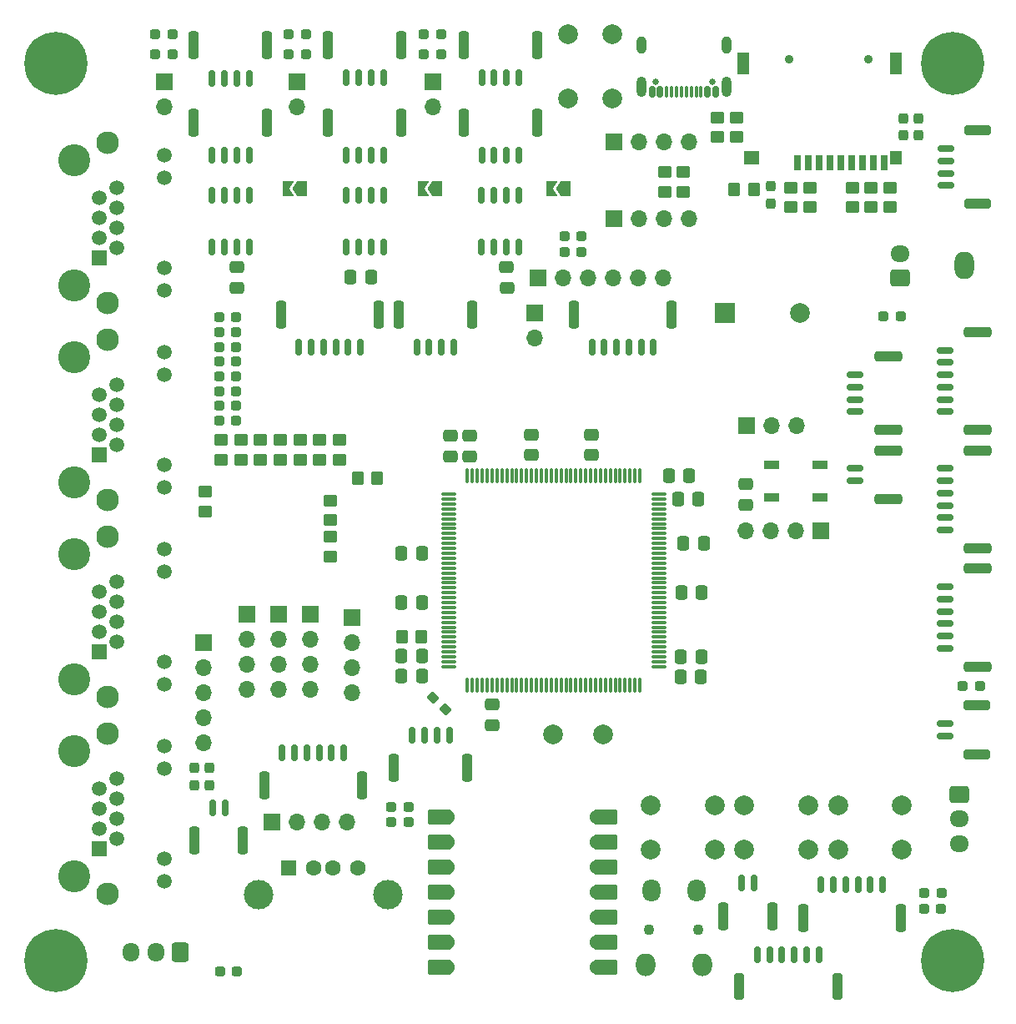
<source format=gbr>
%TF.GenerationSoftware,KiCad,Pcbnew,8.0.3*%
%TF.CreationDate,2024-12-04T19:25:53+09:00*%
%TF.ProjectId,nnct-main,6e6e6374-2d6d-4616-996e-2e6b69636164,rev?*%
%TF.SameCoordinates,Original*%
%TF.FileFunction,Soldermask,Top*%
%TF.FilePolarity,Negative*%
%FSLAX46Y46*%
G04 Gerber Fmt 4.6, Leading zero omitted, Abs format (unit mm)*
G04 Created by KiCad (PCBNEW 8.0.3) date 2024-12-04 19:25:53*
%MOMM*%
%LPD*%
G01*
G04 APERTURE LIST*
G04 Aperture macros list*
%AMRoundRect*
0 Rectangle with rounded corners*
0 $1 Rounding radius*
0 $2 $3 $4 $5 $6 $7 $8 $9 X,Y pos of 4 corners*
0 Add a 4 corners polygon primitive as box body*
4,1,4,$2,$3,$4,$5,$6,$7,$8,$9,$2,$3,0*
0 Add four circle primitives for the rounded corners*
1,1,$1+$1,$2,$3*
1,1,$1+$1,$4,$5*
1,1,$1+$1,$6,$7*
1,1,$1+$1,$8,$9*
0 Add four rect primitives between the rounded corners*
20,1,$1+$1,$2,$3,$4,$5,0*
20,1,$1+$1,$4,$5,$6,$7,0*
20,1,$1+$1,$6,$7,$8,$9,0*
20,1,$1+$1,$8,$9,$2,$3,0*%
%AMFreePoly0*
4,1,6,1.000000,0.000000,0.500000,-0.750000,-0.500000,-0.750000,-0.500000,0.750000,0.500000,0.750000,1.000000,0.000000,1.000000,0.000000,$1*%
%AMFreePoly1*
4,1,6,0.500000,-0.750000,-0.650000,-0.750000,-0.150000,0.000000,-0.650000,0.750000,0.500000,0.750000,0.500000,-0.750000,0.500000,-0.750000,$1*%
G04 Aperture macros list end*
%ADD10RoundRect,0.250000X-0.725000X0.600000X-0.725000X-0.600000X0.725000X-0.600000X0.725000X0.600000X0*%
%ADD11O,1.950000X1.700000*%
%ADD12RoundRect,0.250000X-0.475000X0.337500X-0.475000X-0.337500X0.475000X-0.337500X0.475000X0.337500X0*%
%ADD13RoundRect,0.250000X0.337500X0.475000X-0.337500X0.475000X-0.337500X-0.475000X0.337500X-0.475000X0*%
%ADD14RoundRect,0.150000X0.150000X0.700000X-0.150000X0.700000X-0.150000X-0.700000X0.150000X-0.700000X0*%
%ADD15RoundRect,0.250000X0.250000X1.150000X-0.250000X1.150000X-0.250000X-1.150000X0.250000X-1.150000X0*%
%ADD16RoundRect,0.237500X-0.287500X-0.237500X0.287500X-0.237500X0.287500X0.237500X-0.287500X0.237500X0*%
%ADD17R,1.200000X1.400000*%
%ADD18R,1.200000X2.200000*%
%ADD19R,1.600000X1.400000*%
%ADD20R,0.700000X1.600000*%
%ADD21C,0.900000*%
%ADD22FreePoly0,180.000000*%
%ADD23FreePoly1,180.000000*%
%ADD24RoundRect,0.237500X-0.237500X0.287500X-0.237500X-0.287500X0.237500X-0.287500X0.237500X0.287500X0*%
%ADD25C,0.800000*%
%ADD26C,6.400000*%
%ADD27RoundRect,0.237500X0.287500X0.237500X-0.287500X0.237500X-0.287500X-0.237500X0.287500X-0.237500X0*%
%ADD28R,1.700000X1.700000*%
%ADD29O,1.700000X1.700000*%
%ADD30RoundRect,0.250000X-0.450000X0.350000X-0.450000X-0.350000X0.450000X-0.350000X0.450000X0.350000X0*%
%ADD31RoundRect,0.150000X0.150000X-0.675000X0.150000X0.675000X-0.150000X0.675000X-0.150000X-0.675000X0*%
%ADD32RoundRect,0.150000X-0.150000X-0.700000X0.150000X-0.700000X0.150000X0.700000X-0.150000X0.700000X0*%
%ADD33RoundRect,0.250000X-0.250000X-1.100000X0.250000X-1.100000X0.250000X1.100000X-0.250000X1.100000X0*%
%ADD34RoundRect,0.250000X0.475000X-0.337500X0.475000X0.337500X-0.475000X0.337500X-0.475000X-0.337500X0*%
%ADD35RoundRect,0.250000X-0.337500X-0.475000X0.337500X-0.475000X0.337500X0.475000X-0.337500X0.475000X0*%
%ADD36C,2.000000*%
%ADD37C,1.998980*%
%ADD38RoundRect,0.250000X0.450000X-0.350000X0.450000X0.350000X-0.450000X0.350000X-0.450000X-0.350000X0*%
%ADD39RoundRect,0.237500X0.237500X-0.287500X0.237500X0.287500X-0.237500X0.287500X-0.237500X-0.287500X0*%
%ADD40RoundRect,0.150000X-0.700000X0.150000X-0.700000X-0.150000X0.700000X-0.150000X0.700000X0.150000X0*%
%ADD41RoundRect,0.250000X-1.150000X0.250000X-1.150000X-0.250000X1.150000X-0.250000X1.150000X0.250000X0*%
%ADD42O,2.000000X2.800000*%
%ADD43RoundRect,0.250000X0.725000X-0.600000X0.725000X0.600000X-0.725000X0.600000X-0.725000X-0.600000X0*%
%ADD44RoundRect,0.250000X-0.250000X-1.150000X0.250000X-1.150000X0.250000X1.150000X-0.250000X1.150000X0*%
%ADD45R,2.000000X2.000000*%
%ADD46C,3.250000*%
%ADD47R,1.500000X1.500000*%
%ADD48C,1.500000*%
%ADD49C,2.300000*%
%ADD50R,1.600000X1.500000*%
%ADD51C,1.600000*%
%ADD52C,3.000000*%
%ADD53RoundRect,0.150000X0.700000X-0.150000X0.700000X0.150000X-0.700000X0.150000X-0.700000X-0.150000X0*%
%ADD54RoundRect,0.250000X1.100000X-0.250000X1.100000X0.250000X-1.100000X0.250000X-1.100000X-0.250000X0*%
%ADD55C,1.100000*%
%ADD56O,1.800000X2.300000*%
%ADD57O,2.000000X2.300000*%
%ADD58RoundRect,0.250000X-0.350000X-0.450000X0.350000X-0.450000X0.350000X0.450000X-0.350000X0.450000X0*%
%ADD59RoundRect,0.237500X0.371231X-0.035355X-0.035355X0.371231X-0.371231X0.035355X0.035355X-0.371231X0*%
%ADD60R,1.500000X0.900000*%
%ADD61C,0.650000*%
%ADD62RoundRect,0.150000X0.150000X0.425000X-0.150000X0.425000X-0.150000X-0.425000X0.150000X-0.425000X0*%
%ADD63RoundRect,0.075000X0.075000X0.500000X-0.075000X0.500000X-0.075000X-0.500000X0.075000X-0.500000X0*%
%ADD64O,1.000000X2.100000*%
%ADD65O,1.000000X1.800000*%
%ADD66RoundRect,0.075000X0.075000X-0.662500X0.075000X0.662500X-0.075000X0.662500X-0.075000X-0.662500X0*%
%ADD67RoundRect,0.075000X0.662500X-0.075000X0.662500X0.075000X-0.662500X0.075000X-0.662500X-0.075000X0*%
%ADD68RoundRect,0.250000X0.350000X0.450000X-0.350000X0.450000X-0.350000X-0.450000X0.350000X-0.450000X0*%
%ADD69RoundRect,0.250000X0.600000X0.725000X-0.600000X0.725000X-0.600000X-0.725000X0.600000X-0.725000X0*%
%ADD70O,1.700000X1.950000*%
%ADD71RoundRect,0.152400X-1.063600X-0.609600X1.063600X-0.609600X1.063600X0.609600X-1.063600X0.609600X0*%
%ADD72C,1.524000*%
%ADD73RoundRect,0.152400X1.063600X0.609600X-1.063600X0.609600X-1.063600X-0.609600X1.063600X-0.609600X0*%
G04 APERTURE END LIST*
D10*
%TO.C,J18*%
X127800000Y-108170000D03*
D11*
X127800000Y-110670000D03*
X127800000Y-113170000D03*
%TD*%
D12*
%TO.C,C1*%
X80392500Y-99070000D03*
X80392500Y-101145000D03*
%TD*%
D13*
%TO.C,C17*%
X73280000Y-88720000D03*
X71205000Y-88720000D03*
%TD*%
D14*
%TO.C,J39*%
X65342500Y-103920000D03*
X64092500Y-103920000D03*
X62842500Y-103920000D03*
X61592500Y-103920000D03*
X60342500Y-103920000D03*
X59092500Y-103920000D03*
D15*
X67192500Y-107270000D03*
X57242500Y-107270000D03*
%TD*%
D16*
%TO.C,D1*%
X52692500Y-59770000D03*
X54442500Y-59770000D03*
%TD*%
D17*
%TO.C,J1*%
X121350000Y-43600000D03*
D18*
X121350000Y-34000000D03*
D19*
X106750000Y-43600000D03*
D18*
X105850000Y-34000000D03*
D20*
X120150000Y-44100000D03*
X119050000Y-44100000D03*
X117950000Y-44100000D03*
X116850000Y-44100000D03*
X115750000Y-44100000D03*
X114650000Y-44100000D03*
X113550000Y-44100000D03*
X112450000Y-44100000D03*
X111350000Y-44100000D03*
D21*
X118550000Y-33600000D03*
X110550000Y-33600000D03*
%TD*%
D22*
%TO.C,R35*%
X74842500Y-46720000D03*
D23*
X73392500Y-46720000D03*
%TD*%
D16*
%TO.C,D14*%
X73475000Y-33050000D03*
X75225000Y-33050000D03*
%TD*%
D24*
%TO.C,D29*%
X122142500Y-39595000D03*
X122142500Y-41345000D03*
%TD*%
D25*
%TO.C,H1*%
X124700000Y-125050000D03*
X125402944Y-123352944D03*
X125402944Y-126747056D03*
X127100000Y-122650000D03*
D26*
X127100000Y-125050000D03*
D25*
X127100000Y-127450000D03*
X128797056Y-123352944D03*
X128797056Y-126747056D03*
X129500000Y-125050000D03*
%TD*%
D16*
%TO.C,D3*%
X52692500Y-62770000D03*
X54442500Y-62770000D03*
%TD*%
D27*
%TO.C,D20*%
X129917500Y-97170000D03*
X128167500Y-97170000D03*
%TD*%
D28*
%TO.C,J45*%
X55542500Y-89930000D03*
D29*
X55542500Y-92470000D03*
X55542500Y-95010000D03*
X55542500Y-97550000D03*
%TD*%
D30*
%TO.C,R32*%
X103300000Y-41500000D03*
X103300000Y-39500000D03*
%TD*%
D28*
%TO.C,J20*%
X113722500Y-81470000D03*
D29*
X111182500Y-81470000D03*
X108642500Y-81470000D03*
X106102500Y-81470000D03*
%TD*%
D25*
%TO.C,H3*%
X33700000Y-34050000D03*
X34402944Y-32352944D03*
X34402944Y-35747056D03*
X36100000Y-31650000D03*
D26*
X36100000Y-34050000D03*
D25*
X36100000Y-36450000D03*
X37797056Y-32352944D03*
X37797056Y-35747056D03*
X38500000Y-34050000D03*
%TD*%
D30*
%TO.C,C23*%
X63942500Y-78370000D03*
X63942500Y-80370000D03*
%TD*%
D31*
%TO.C,U6*%
X79320000Y-52675000D03*
X80590000Y-52675000D03*
X81860000Y-52675000D03*
X83130000Y-52675000D03*
X83130000Y-47425000D03*
X81860000Y-47425000D03*
X80590000Y-47425000D03*
X79320000Y-47425000D03*
%TD*%
D32*
%TO.C,J22*%
X107317500Y-124450000D03*
X108567500Y-124450000D03*
X109817500Y-124450000D03*
X111067500Y-124450000D03*
X112317500Y-124450000D03*
X113567500Y-124450000D03*
D33*
X105467500Y-127650000D03*
X115417500Y-127650000D03*
%TD*%
D34*
%TO.C,C7*%
X76142500Y-73870000D03*
X76142500Y-71795000D03*
%TD*%
D31*
%TO.C,U5*%
X65570000Y-52675000D03*
X66840000Y-52675000D03*
X68110000Y-52675000D03*
X69380000Y-52675000D03*
X69380000Y-47425000D03*
X68110000Y-47425000D03*
X66840000Y-47425000D03*
X65570000Y-47425000D03*
%TD*%
D35*
%TO.C,C9*%
X99605000Y-87720000D03*
X101680000Y-87720000D03*
%TD*%
%TO.C,C2*%
X98305000Y-75870000D03*
X100380000Y-75870000D03*
%TD*%
D36*
%TO.C,SW1*%
X102992500Y-113770000D03*
X96492500Y-113770000D03*
X102992500Y-109270000D03*
X96492500Y-109270000D03*
%TD*%
D37*
%TO.C,Y1*%
X91682500Y-102120000D03*
X86602500Y-102120000D03*
%TD*%
D16*
%TO.C,D5*%
X52692500Y-65770000D03*
X54442500Y-65770000D03*
%TD*%
D38*
%TO.C,R4*%
X62887000Y-74225500D03*
X62887000Y-72225500D03*
%TD*%
D39*
%TO.C,D19*%
X51682500Y-107245000D03*
X51682500Y-105495000D03*
%TD*%
D40*
%TO.C,J30*%
X126350000Y-63120000D03*
X126350000Y-64370000D03*
X126350000Y-65620000D03*
X126350000Y-66870000D03*
X126350000Y-68120000D03*
X126350000Y-69370000D03*
D41*
X129700000Y-61270000D03*
X129700000Y-71220000D03*
%TD*%
D38*
%TO.C,R8*%
X54887000Y-74225500D03*
X54887000Y-72225500D03*
%TD*%
D42*
%TO.C,J17*%
X128300000Y-54550000D03*
D43*
X121800000Y-55800000D03*
D11*
X121800000Y-53300000D03*
%TD*%
D38*
%TO.C,R6*%
X58887000Y-74225500D03*
X58887000Y-72225500D03*
%TD*%
D32*
%TO.C,J8*%
X79350000Y-43350000D03*
X80600000Y-43350000D03*
X81850000Y-43350000D03*
X83100000Y-43350000D03*
D44*
X77500000Y-40000000D03*
X84950000Y-40000000D03*
%TD*%
D36*
%TO.C,RESET1*%
X88075000Y-37575000D03*
X88075000Y-31075000D03*
X92575000Y-37575000D03*
X92575000Y-31075000D03*
%TD*%
D16*
%TO.C,D27*%
X70142500Y-110970000D03*
X71892500Y-110970000D03*
%TD*%
D32*
%TO.C,J6*%
X51975000Y-35550000D03*
X53225000Y-35550000D03*
X54475000Y-35550000D03*
X55725000Y-35550000D03*
D44*
X50125000Y-32200000D03*
X57575000Y-32200000D03*
%TD*%
D28*
%TO.C,J25*%
X58022500Y-110970000D03*
D29*
X60562500Y-110970000D03*
X63102500Y-110970000D03*
X65642500Y-110970000D03*
%TD*%
D45*
%TO.C,BZ1*%
X104042500Y-59320000D03*
D36*
X111642500Y-59320000D03*
%TD*%
D32*
%TO.C,J12*%
X65600000Y-43350000D03*
X66850000Y-43350000D03*
X68100000Y-43350000D03*
X69350000Y-43350000D03*
D44*
X63750000Y-40000000D03*
X71200000Y-40000000D03*
%TD*%
D16*
%TO.C,D17*%
X124242500Y-118170000D03*
X125992500Y-118170000D03*
%TD*%
D35*
%TO.C,C15*%
X99242500Y-78220000D03*
X101317500Y-78220000D03*
%TD*%
D16*
%TO.C,D13*%
X59725000Y-31050000D03*
X61475000Y-31050000D03*
%TD*%
D32*
%TO.C,J7*%
X65600000Y-35500000D03*
X66850000Y-35500000D03*
X68100000Y-35500000D03*
X69350000Y-35500000D03*
D44*
X63750000Y-32150000D03*
X71200000Y-32150000D03*
%TD*%
D38*
%TO.C,R24*%
X97900000Y-47050000D03*
X97900000Y-45050000D03*
%TD*%
%TO.C,R25*%
X99800000Y-47050000D03*
X99800000Y-45050000D03*
%TD*%
D46*
%TO.C,J10*%
X37960000Y-96510000D03*
X37960000Y-83810000D03*
D47*
X40500000Y-93720000D03*
D48*
X42280000Y-92704000D03*
X40500000Y-91688000D03*
X42280000Y-90672000D03*
X40500000Y-89656000D03*
X42280000Y-88640000D03*
X40500000Y-87624000D03*
X42280000Y-86608000D03*
X47100000Y-97020000D03*
X47100000Y-94730000D03*
X47100000Y-85590000D03*
X47100000Y-83300000D03*
D49*
X41390000Y-98290000D03*
X41390000Y-82030000D03*
%TD*%
D46*
%TO.C,J16*%
X37960000Y-116490000D03*
X37960000Y-103790000D03*
D47*
X40500000Y-113700000D03*
D48*
X42280000Y-112684000D03*
X40500000Y-111668000D03*
X42280000Y-110652000D03*
X40500000Y-109636000D03*
X42280000Y-108620000D03*
X40500000Y-107604000D03*
X42280000Y-106588000D03*
X47100000Y-117000000D03*
X47100000Y-114710000D03*
X47100000Y-105570000D03*
X47100000Y-103280000D03*
D49*
X41390000Y-118270000D03*
X41390000Y-102010000D03*
%TD*%
D28*
%TO.C,J24*%
X66142500Y-90230000D03*
D29*
X66142500Y-92770000D03*
X66142500Y-95310000D03*
X66142500Y-97850000D03*
%TD*%
D28*
%TO.C,J26*%
X51142500Y-92770000D03*
D29*
X51142500Y-95310000D03*
X51142500Y-97850000D03*
X51142500Y-100390000D03*
X51142500Y-102930000D03*
%TD*%
D16*
%TO.C,D16*%
X124225000Y-119800000D03*
X125975000Y-119800000D03*
%TD*%
D32*
%TO.C,J13*%
X79350000Y-35500000D03*
X80600000Y-35500000D03*
X81850000Y-35500000D03*
X83100000Y-35500000D03*
D44*
X77500000Y-32150000D03*
X84950000Y-32150000D03*
%TD*%
D50*
%TO.C,J40*%
X59742500Y-115670000D03*
D51*
X62242500Y-115670000D03*
X64242500Y-115670000D03*
X66742500Y-115670000D03*
D52*
X56672500Y-118380000D03*
X69812500Y-118380000D03*
%TD*%
D53*
%TO.C,J14*%
X126450000Y-46425000D03*
X126450000Y-45175000D03*
X126450000Y-43925000D03*
X126450000Y-42675000D03*
D54*
X129650000Y-48275000D03*
X129650000Y-40825000D03*
%TD*%
D55*
%TO.C,J48*%
X101350000Y-121925000D03*
X96350000Y-121925000D03*
D56*
X96550000Y-117925000D03*
X101150000Y-117925000D03*
D57*
X101700000Y-125425000D03*
X96000000Y-125425000D03*
%TD*%
D58*
%TO.C,R1*%
X71242500Y-92220000D03*
X73242500Y-92220000D03*
%TD*%
D28*
%TO.C,J31*%
X85092500Y-55770000D03*
D29*
X87632500Y-55770000D03*
X90172500Y-55770000D03*
X92712500Y-55770000D03*
X95252500Y-55770000D03*
X97792500Y-55770000D03*
%TD*%
D16*
%TO.C,D7*%
X52692500Y-68770000D03*
X54442500Y-68770000D03*
%TD*%
D30*
%TO.C,R22*%
X110750000Y-46600613D03*
X110750000Y-48600613D03*
%TD*%
D40*
%TO.C,J28*%
X126350000Y-87120000D03*
X126350000Y-88370000D03*
X126350000Y-89620000D03*
X126350000Y-90870000D03*
X126350000Y-92120000D03*
X126350000Y-93370000D03*
D41*
X129700000Y-85270000D03*
X129700000Y-95220000D03*
%TD*%
D13*
%TO.C,C12*%
X73280000Y-94170000D03*
X71205000Y-94170000D03*
%TD*%
D25*
%TO.C,H2*%
X124700000Y-34050000D03*
X125402944Y-32352944D03*
X125402944Y-35747056D03*
X127100000Y-31650000D03*
D26*
X127100000Y-34050000D03*
D25*
X127100000Y-36450000D03*
X128797056Y-32352944D03*
X128797056Y-35747056D03*
X129500000Y-34050000D03*
%TD*%
D34*
%TO.C,C24*%
X54480000Y-56765000D03*
X54480000Y-54690000D03*
%TD*%
D38*
%TO.C,R9*%
X52887000Y-74225500D03*
X52887000Y-72225500D03*
%TD*%
D59*
%TO.C,D9*%
X75642500Y-99570000D03*
X74405064Y-98332564D03*
%TD*%
D38*
%TO.C,R5*%
X60887000Y-74225500D03*
X60887000Y-72225500D03*
%TD*%
D30*
%TO.C,R23*%
X120750000Y-46600613D03*
X120750000Y-48600613D03*
%TD*%
D16*
%TO.C,D18*%
X120092500Y-59670000D03*
X121842500Y-59670000D03*
%TD*%
D46*
%TO.C,J15*%
X37960000Y-76530000D03*
X37960000Y-63830000D03*
D47*
X40500000Y-73740000D03*
D48*
X42280000Y-72724000D03*
X40500000Y-71708000D03*
X42280000Y-70692000D03*
X40500000Y-69676000D03*
X42280000Y-68660000D03*
X40500000Y-67644000D03*
X42280000Y-66628000D03*
X47100000Y-77040000D03*
X47100000Y-74750000D03*
X47100000Y-65610000D03*
X47100000Y-63320000D03*
D49*
X41390000Y-78310000D03*
X41390000Y-62050000D03*
%TD*%
D24*
%TO.C,D30*%
X123642500Y-39595000D03*
X123642500Y-41345000D03*
%TD*%
D35*
%TO.C,C25*%
X66005000Y-55670000D03*
X68110000Y-55670000D03*
%TD*%
D28*
%TO.C,U2*%
X92760000Y-49750000D03*
D29*
X95300000Y-49750000D03*
X97840000Y-49750000D03*
X100380000Y-49750000D03*
D28*
X92780000Y-42000000D03*
D29*
X95320000Y-42000000D03*
X97860000Y-42000000D03*
X100400000Y-42000000D03*
%TD*%
D32*
%TO.C,J34*%
X72742500Y-62820000D03*
X73992500Y-62820000D03*
X75242500Y-62820000D03*
X76492500Y-62820000D03*
D44*
X70892500Y-59470000D03*
X78342500Y-59470000D03*
%TD*%
D14*
%TO.C,J23*%
X53267500Y-109520000D03*
X52017500Y-109520000D03*
D15*
X55117500Y-112870000D03*
X50167500Y-112870000D03*
%TD*%
D22*
%TO.C,R36*%
X87842500Y-46720000D03*
D23*
X86392500Y-46720000D03*
%TD*%
D24*
%TO.C,D24*%
X108642500Y-46470000D03*
X108642500Y-48220000D03*
%TD*%
D27*
%TO.C,D23*%
X89477500Y-51545000D03*
X87727500Y-51545000D03*
%TD*%
D30*
%TO.C,R21*%
X112650000Y-46600613D03*
X112650000Y-48600613D03*
%TD*%
D60*
%TO.C,D28*%
X108742500Y-74770000D03*
X108742500Y-78070000D03*
X113642500Y-78070000D03*
X113642500Y-74770000D03*
%TD*%
D61*
%TO.C,J2*%
X102740000Y-35855000D03*
X96960000Y-35855000D03*
D62*
X103050000Y-36930000D03*
X102250000Y-36930000D03*
D63*
X101100000Y-36930000D03*
X100100000Y-36930000D03*
X99600000Y-36930000D03*
X98600000Y-36930000D03*
D62*
X97450000Y-36930000D03*
X96650000Y-36930000D03*
X96650000Y-36930000D03*
X97450000Y-36930000D03*
D63*
X98100000Y-36930000D03*
X99100000Y-36930000D03*
X100600000Y-36930000D03*
X101600000Y-36930000D03*
D62*
X102250000Y-36930000D03*
X103050000Y-36930000D03*
D64*
X104170000Y-36355000D03*
D65*
X104170000Y-32175000D03*
D64*
X95530000Y-36355000D03*
D65*
X95530000Y-32175000D03*
%TD*%
D16*
%TO.C,D26*%
X70142500Y-109470000D03*
X71892500Y-109470000D03*
%TD*%
%TO.C,D25*%
X52767500Y-126170000D03*
X54517500Y-126170000D03*
%TD*%
D34*
%TO.C,C26*%
X81900000Y-56765000D03*
X81860000Y-54690000D03*
%TD*%
D40*
%TO.C,J35*%
X117242500Y-65620000D03*
X117242500Y-66870000D03*
X117242500Y-68120000D03*
X117242500Y-69370000D03*
D41*
X120592500Y-63770000D03*
X120592500Y-71220000D03*
%TD*%
D16*
%TO.C,D6*%
X52692500Y-67270000D03*
X54442500Y-67270000D03*
%TD*%
D30*
%TO.C,R31*%
X105200000Y-39500000D03*
X105200000Y-41500000D03*
%TD*%
D34*
%TO.C,C4*%
X84392500Y-73770000D03*
X84392500Y-71695000D03*
%TD*%
D38*
%TO.C,R3*%
X64887000Y-74225500D03*
X64887000Y-72225500D03*
%TD*%
D13*
%TO.C,C18*%
X73280000Y-83720000D03*
X71205000Y-83720000D03*
%TD*%
D35*
%TO.C,C10*%
X99542500Y-94220000D03*
X101617500Y-94220000D03*
%TD*%
D13*
%TO.C,C11*%
X73280000Y-96130000D03*
X71205000Y-96130000D03*
%TD*%
D34*
%TO.C,C16*%
X78142500Y-73870000D03*
X78142500Y-71795000D03*
%TD*%
D53*
%TO.C,J21*%
X126400000Y-102270000D03*
X126400000Y-101020000D03*
D54*
X129600000Y-104120000D03*
X129600000Y-99170000D03*
%TD*%
D36*
%TO.C,SW2*%
X112492500Y-113770000D03*
X105992500Y-113770000D03*
X112492500Y-109270000D03*
X105992500Y-109270000D03*
%TD*%
D66*
%TO.C,U1*%
X77892500Y-97132500D03*
X78392500Y-97132500D03*
X78892500Y-97132500D03*
X79392500Y-97132500D03*
X79892500Y-97132500D03*
X80392500Y-97132500D03*
X80892500Y-97132500D03*
X81392500Y-97132500D03*
X81892500Y-97132500D03*
X82392500Y-97132500D03*
X82892500Y-97132500D03*
X83392500Y-97132500D03*
X83892500Y-97132500D03*
X84392500Y-97132500D03*
X84892500Y-97132500D03*
X85392500Y-97132500D03*
X85892500Y-97132500D03*
X86392500Y-97132500D03*
X86892500Y-97132500D03*
X87392500Y-97132500D03*
X87892500Y-97132500D03*
X88392500Y-97132500D03*
X88892500Y-97132500D03*
X89392500Y-97132500D03*
X89892500Y-97132500D03*
X90392500Y-97132500D03*
X90892500Y-97132500D03*
X91392500Y-97132500D03*
X91892500Y-97132500D03*
X92392500Y-97132500D03*
X92892500Y-97132500D03*
X93392500Y-97132500D03*
X93892500Y-97132500D03*
X94392500Y-97132500D03*
X94892500Y-97132500D03*
X95392500Y-97132500D03*
D67*
X97305000Y-95220000D03*
X97305000Y-94720000D03*
X97305000Y-94220000D03*
X97305000Y-93720000D03*
X97305000Y-93220000D03*
X97305000Y-92720000D03*
X97305000Y-92220000D03*
X97305000Y-91720000D03*
X97305000Y-91220000D03*
X97305000Y-90720000D03*
X97305000Y-90220000D03*
X97305000Y-89720000D03*
X97305000Y-89220000D03*
X97305000Y-88720000D03*
X97305000Y-88220000D03*
X97305000Y-87720000D03*
X97305000Y-87220000D03*
X97305000Y-86720000D03*
X97305000Y-86220000D03*
X97305000Y-85720000D03*
X97305000Y-85220000D03*
X97305000Y-84720000D03*
X97305000Y-84220000D03*
X97305000Y-83720000D03*
X97305000Y-83220000D03*
X97305000Y-82720000D03*
X97305000Y-82220000D03*
X97305000Y-81720000D03*
X97305000Y-81220000D03*
X97305000Y-80720000D03*
X97305000Y-80220000D03*
X97305000Y-79720000D03*
X97305000Y-79220000D03*
X97305000Y-78720000D03*
X97305000Y-78220000D03*
X97305000Y-77720000D03*
D66*
X95392500Y-75807500D03*
X94892500Y-75807500D03*
X94392500Y-75807500D03*
X93892500Y-75807500D03*
X93392500Y-75807500D03*
X92892500Y-75807500D03*
X92392500Y-75807500D03*
X91892500Y-75807500D03*
X91392500Y-75807500D03*
X90892500Y-75807500D03*
X90392500Y-75807500D03*
X89892500Y-75807500D03*
X89392500Y-75807500D03*
X88892500Y-75807500D03*
X88392500Y-75807500D03*
X87892500Y-75807500D03*
X87392500Y-75807500D03*
X86892500Y-75807500D03*
X86392500Y-75807500D03*
X85892500Y-75807500D03*
X85392500Y-75807500D03*
X84892500Y-75807500D03*
X84392500Y-75807500D03*
X83892500Y-75807500D03*
X83392500Y-75807500D03*
X82892500Y-75807500D03*
X82392500Y-75807500D03*
X81892500Y-75807500D03*
X81392500Y-75807500D03*
X80892500Y-75807500D03*
X80392500Y-75807500D03*
X79892500Y-75807500D03*
X79392500Y-75807500D03*
X78892500Y-75807500D03*
X78392500Y-75807500D03*
X77892500Y-75807500D03*
D67*
X75980000Y-77720000D03*
X75980000Y-78220000D03*
X75980000Y-78720000D03*
X75980000Y-79220000D03*
X75980000Y-79720000D03*
X75980000Y-80220000D03*
X75980000Y-80720000D03*
X75980000Y-81220000D03*
X75980000Y-81720000D03*
X75980000Y-82220000D03*
X75980000Y-82720000D03*
X75980000Y-83220000D03*
X75980000Y-83720000D03*
X75980000Y-84220000D03*
X75980000Y-84720000D03*
X75980000Y-85220000D03*
X75980000Y-85720000D03*
X75980000Y-86220000D03*
X75980000Y-86720000D03*
X75980000Y-87220000D03*
X75980000Y-87720000D03*
X75980000Y-88220000D03*
X75980000Y-88720000D03*
X75980000Y-89220000D03*
X75980000Y-89720000D03*
X75980000Y-90220000D03*
X75980000Y-90720000D03*
X75980000Y-91220000D03*
X75980000Y-91720000D03*
X75980000Y-92220000D03*
X75980000Y-92720000D03*
X75980000Y-93220000D03*
X75980000Y-93720000D03*
X75980000Y-94220000D03*
X75980000Y-94720000D03*
X75980000Y-95220000D03*
%TD*%
D28*
%TO.C,J4*%
X60600000Y-35875000D03*
D29*
X60600000Y-38415000D03*
%TD*%
D30*
%TO.C,R19*%
X118850000Y-46600613D03*
X118850000Y-48600613D03*
%TD*%
D46*
%TO.C,J9*%
X37960000Y-56550000D03*
X37960000Y-43850000D03*
D47*
X40500000Y-53760000D03*
D48*
X42280000Y-52744000D03*
X40500000Y-51728000D03*
X42280000Y-50712000D03*
X40500000Y-49696000D03*
X42280000Y-48680000D03*
X40500000Y-47664000D03*
X42280000Y-46648000D03*
X47100000Y-57060000D03*
X47100000Y-54770000D03*
X47100000Y-45630000D03*
X47100000Y-43340000D03*
D49*
X41390000Y-58330000D03*
X41390000Y-42070000D03*
%TD*%
D14*
%TO.C,J38*%
X76042500Y-102170000D03*
X74792500Y-102170000D03*
X73542500Y-102170000D03*
X72292500Y-102170000D03*
D15*
X77892500Y-105520000D03*
X70442500Y-105520000D03*
%TD*%
D28*
%TO.C,J3*%
X47100000Y-35875000D03*
D29*
X47100000Y-38415000D03*
%TD*%
D35*
%TO.C,C8*%
X99805000Y-82720000D03*
X101880000Y-82720000D03*
%TD*%
D22*
%TO.C,R34*%
X61092500Y-46720000D03*
D23*
X59642500Y-46720000D03*
%TD*%
D25*
%TO.C,H4*%
X33700000Y-125050000D03*
X34402944Y-123352944D03*
X34402944Y-126747056D03*
X36100000Y-122650000D03*
D26*
X36100000Y-125050000D03*
D25*
X36100000Y-127450000D03*
X37797056Y-123352944D03*
X37797056Y-126747056D03*
X38500000Y-125050000D03*
%TD*%
D16*
%TO.C,D10*%
X46225000Y-33050000D03*
X47975000Y-33050000D03*
%TD*%
D30*
%TO.C,R2*%
X51242500Y-77470000D03*
X51242500Y-79470000D03*
%TD*%
D68*
%TO.C,R33*%
X68742500Y-76070000D03*
X66742500Y-76070000D03*
%TD*%
D40*
%TO.C,J29*%
X126350000Y-75120000D03*
X126350000Y-76370000D03*
X126350000Y-77620000D03*
X126350000Y-78870000D03*
X126350000Y-80120000D03*
X126350000Y-81370000D03*
D41*
X129700000Y-73270000D03*
X129700000Y-83220000D03*
%TD*%
D69*
%TO.C,J19*%
X48742500Y-124170000D03*
D70*
X46242500Y-124170000D03*
X43742500Y-124170000D03*
%TD*%
D30*
%TO.C,C22*%
X63942500Y-82070000D03*
X63942500Y-84070000D03*
%TD*%
D32*
%TO.C,J32*%
X90517500Y-62820000D03*
X91767500Y-62820000D03*
X93017500Y-62820000D03*
X94267500Y-62820000D03*
X95517500Y-62820000D03*
X96767500Y-62820000D03*
D44*
X88667500Y-59470000D03*
X98617500Y-59470000D03*
%TD*%
D39*
%TO.C,D21*%
X50182500Y-107245000D03*
X50182500Y-105495000D03*
%TD*%
D68*
%TO.C,R54*%
X106942500Y-46770000D03*
X104942500Y-46770000D03*
%TD*%
D35*
%TO.C,C19*%
X99505000Y-96270000D03*
X101580000Y-96270000D03*
%TD*%
D31*
%TO.C,U4*%
X51945000Y-52675000D03*
X53215000Y-52675000D03*
X54485000Y-52675000D03*
X55755000Y-52675000D03*
X55755000Y-47425000D03*
X54485000Y-47425000D03*
X53215000Y-47425000D03*
X51945000Y-47425000D03*
%TD*%
D28*
%TO.C,J44*%
X106217500Y-70770000D03*
D29*
X108757500Y-70770000D03*
X111297500Y-70770000D03*
%TD*%
D16*
%TO.C,D15*%
X73475000Y-31050000D03*
X75225000Y-31050000D03*
%TD*%
D27*
%TO.C,D22*%
X89477500Y-53145000D03*
X87727500Y-53145000D03*
%TD*%
D14*
%TO.C,J27*%
X106967500Y-117170000D03*
X105717500Y-117170000D03*
D15*
X108817500Y-120520000D03*
X103867500Y-120520000D03*
%TD*%
D28*
%TO.C,J43*%
X84742500Y-59370000D03*
D29*
X84742500Y-61910000D03*
%TD*%
D16*
%TO.C,D4*%
X52692500Y-64270000D03*
X54442500Y-64270000D03*
%TD*%
D14*
%TO.C,J37*%
X120042500Y-117370000D03*
X118792500Y-117370000D03*
X117542500Y-117370000D03*
X116292500Y-117370000D03*
X115042500Y-117370000D03*
X113792500Y-117370000D03*
D15*
X121892500Y-120720000D03*
X111942500Y-120720000D03*
%TD*%
D16*
%TO.C,D12*%
X59725000Y-33050000D03*
X61475000Y-33050000D03*
%TD*%
%TO.C,D11*%
X46225000Y-31050000D03*
X47975000Y-31050000D03*
%TD*%
D28*
%TO.C,J5*%
X74350000Y-35875000D03*
D29*
X74350000Y-38415000D03*
%TD*%
D32*
%TO.C,J11*%
X51975000Y-43350000D03*
X53225000Y-43350000D03*
X54475000Y-43350000D03*
X55725000Y-43350000D03*
D44*
X50125000Y-40000000D03*
X57575000Y-40000000D03*
%TD*%
D12*
%TO.C,C31*%
X106142500Y-76732500D03*
X106142500Y-78807500D03*
%TD*%
D16*
%TO.C,D8*%
X52692500Y-70270000D03*
X54442500Y-70270000D03*
%TD*%
D40*
%TO.C,J36*%
X117242500Y-75120000D03*
X117242500Y-76370000D03*
D41*
X120592500Y-73270000D03*
X120592500Y-78220000D03*
%TD*%
D32*
%TO.C,J33*%
X60792500Y-62820000D03*
X62042500Y-62820000D03*
X63292500Y-62820000D03*
X64542500Y-62820000D03*
X65792500Y-62820000D03*
X67042500Y-62820000D03*
D44*
X58942500Y-59470000D03*
X68892500Y-59470000D03*
%TD*%
D28*
%TO.C,J46*%
X58742500Y-89930000D03*
D29*
X58742500Y-92470000D03*
X58742500Y-95010000D03*
X58742500Y-97550000D03*
%TD*%
D38*
%TO.C,R7*%
X56887000Y-74225500D03*
X56887000Y-72225500D03*
%TD*%
D30*
%TO.C,R20*%
X116950000Y-46600613D03*
X116950000Y-48600613D03*
%TD*%
D28*
%TO.C,J47*%
X61942500Y-89930000D03*
D29*
X61942500Y-92470000D03*
X61942500Y-95010000D03*
X61942500Y-97550000D03*
%TD*%
D71*
%TO.C,U8*%
X91942500Y-125690000D03*
D72*
X91107500Y-125690000D03*
D71*
X91942500Y-123150000D03*
D72*
X91107500Y-123150000D03*
D71*
X91942500Y-120610000D03*
D72*
X91107500Y-120610000D03*
D71*
X91942500Y-118070000D03*
D72*
X91107500Y-118070000D03*
D71*
X91942500Y-115530000D03*
D72*
X91107500Y-115530000D03*
D71*
X91942500Y-112990000D03*
D72*
X91107500Y-112990000D03*
D71*
X91942500Y-110450000D03*
D72*
X91107500Y-110450000D03*
X75867500Y-110450000D03*
D73*
X75032500Y-110450000D03*
D72*
X75867500Y-112990000D03*
D73*
X75032500Y-112990000D03*
D72*
X75867500Y-115530000D03*
D73*
X75032500Y-115530000D03*
D72*
X75867500Y-118070000D03*
D73*
X75032500Y-118070000D03*
D72*
X75867500Y-120610000D03*
D73*
X75032500Y-120610000D03*
D72*
X75867500Y-123150000D03*
D73*
X75032500Y-123150000D03*
D72*
X75867500Y-125690000D03*
D73*
X75032500Y-125690000D03*
%TD*%
D36*
%TO.C,SW3*%
X121992500Y-113770000D03*
X115492500Y-113770000D03*
X121992500Y-109270000D03*
X115492500Y-109270000D03*
%TD*%
D34*
%TO.C,C3*%
X90442500Y-73770000D03*
X90442500Y-71695000D03*
%TD*%
D16*
%TO.C,D2*%
X52692500Y-61270000D03*
X54442500Y-61270000D03*
%TD*%
M02*

</source>
